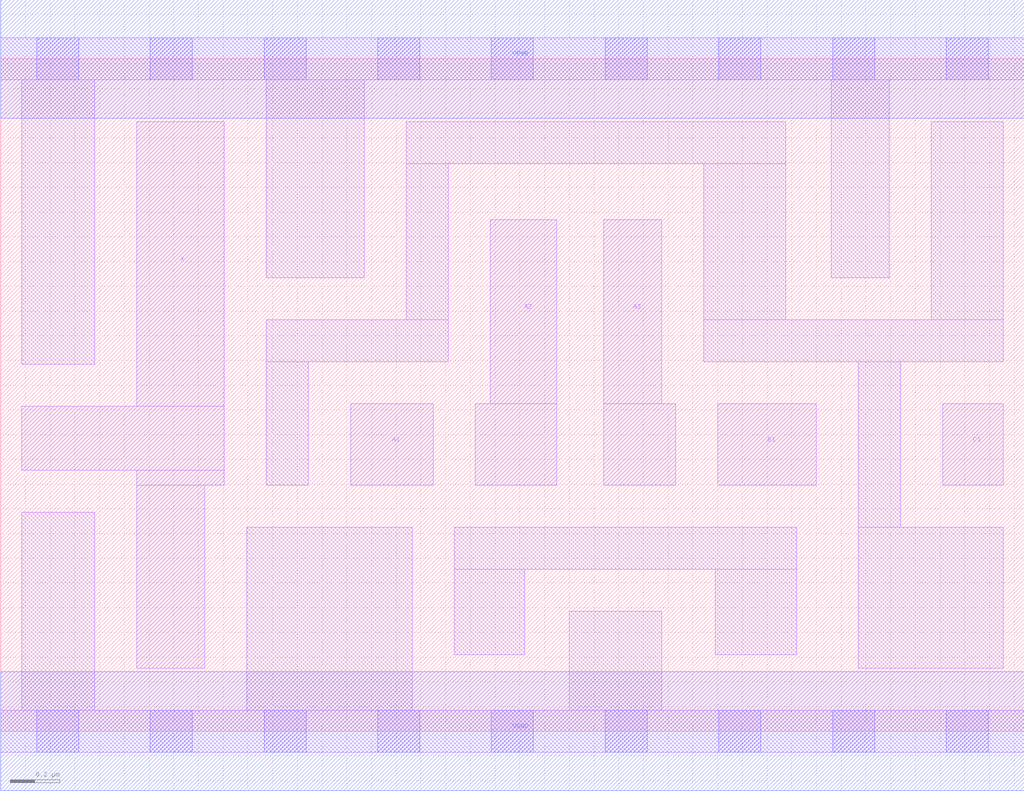
<source format=lef>
# Copyright 2020 The SkyWater PDK Authors
#
# Licensed under the Apache License, Version 2.0 (the "License");
# you may not use this file except in compliance with the License.
# You may obtain a copy of the License at
#
#     https://www.apache.org/licenses/LICENSE-2.0
#
# Unless required by applicable law or agreed to in writing, software
# distributed under the License is distributed on an "AS IS" BASIS,
# WITHOUT WARRANTIES OR CONDITIONS OF ANY KIND, either express or implied.
# See the License for the specific language governing permissions and
# limitations under the License.
#
# SPDX-License-Identifier: Apache-2.0

VERSION 5.7 ;
  NAMESCASESENSITIVE ON ;
  NOWIREEXTENSIONATPIN ON ;
  DIVIDERCHAR "/" ;
  BUSBITCHARS "[]" ;
UNITS
  DATABASE MICRONS 200 ;
END UNITS
MACRO sky130_fd_sc_hd__o311a_2
  CLASS CORE ;
  SOURCE USER ;
  FOREIGN sky130_fd_sc_hd__o311a_2 ;
  ORIGIN  0.000000  0.000000 ;
  SIZE  4.140000 BY  2.720000 ;
  SYMMETRY X Y R90 ;
  SITE unithd ;
  PIN A1
    ANTENNAGATEAREA  0.247500 ;
    DIRECTION INPUT ;
    USE SIGNAL ;
    PORT
      LAYER li1 ;
        RECT 1.415000 0.995000 1.750000 1.325000 ;
    END
  END A1
  PIN A2
    ANTENNAGATEAREA  0.247500 ;
    DIRECTION INPUT ;
    USE SIGNAL ;
    PORT
      LAYER li1 ;
        RECT 1.920000 0.995000 2.250000 1.325000 ;
        RECT 1.980000 1.325000 2.250000 2.070000 ;
    END
  END A2
  PIN A3
    ANTENNAGATEAREA  0.247500 ;
    DIRECTION INPUT ;
    USE SIGNAL ;
    PORT
      LAYER li1 ;
        RECT 2.440000 0.995000 2.730000 1.325000 ;
        RECT 2.440000 1.325000 2.675000 2.070000 ;
    END
  END A3
  PIN B1
    ANTENNAGATEAREA  0.247500 ;
    DIRECTION INPUT ;
    USE SIGNAL ;
    PORT
      LAYER li1 ;
        RECT 2.900000 0.995000 3.300000 1.325000 ;
    END
  END B1
  PIN C1
    ANTENNAGATEAREA  0.247500 ;
    DIRECTION INPUT ;
    USE SIGNAL ;
    PORT
      LAYER li1 ;
        RECT 3.810000 0.995000 4.055000 1.325000 ;
    END
  END C1
  PIN X
    ANTENNADIFFAREA  0.445500 ;
    DIRECTION OUTPUT ;
    USE SIGNAL ;
    PORT
      LAYER li1 ;
        RECT 0.085000 1.055000 0.905000 1.315000 ;
        RECT 0.550000 0.255000 0.825000 0.995000 ;
        RECT 0.550000 0.995000 0.905000 1.055000 ;
        RECT 0.550000 1.315000 0.905000 2.465000 ;
    END
  END X
  PIN VGND
    DIRECTION INOUT ;
    SHAPE ABUTMENT ;
    USE GROUND ;
    PORT
      LAYER met1 ;
        RECT 0.000000 -0.240000 4.140000 0.240000 ;
    END
  END VGND
  PIN VPWR
    DIRECTION INOUT ;
    SHAPE ABUTMENT ;
    USE POWER ;
    PORT
      LAYER met1 ;
        RECT 0.000000 2.480000 4.140000 2.960000 ;
    END
  END VPWR
  OBS
    LAYER li1 ;
      RECT 0.000000 -0.085000 4.140000 0.085000 ;
      RECT 0.000000  2.635000 4.140000 2.805000 ;
      RECT 0.085000  0.085000 0.380000 0.885000 ;
      RECT 0.085000  1.485000 0.380000 2.635000 ;
      RECT 0.995000  0.085000 1.665000 0.825000 ;
      RECT 1.075000  0.995000 1.245000 1.495000 ;
      RECT 1.075000  1.495000 1.810000 1.665000 ;
      RECT 1.075000  1.835000 1.470000 2.635000 ;
      RECT 1.640000  1.665000 1.810000 2.295000 ;
      RECT 1.640000  2.295000 3.175000 2.465000 ;
      RECT 1.835000  0.310000 2.120000 0.655000 ;
      RECT 1.835000  0.655000 3.220000 0.825000 ;
      RECT 2.300000  0.085000 2.675000 0.485000 ;
      RECT 2.845000  1.495000 4.055000 1.665000 ;
      RECT 2.845000  1.665000 3.175000 2.295000 ;
      RECT 2.890000  0.310000 3.220000 0.655000 ;
      RECT 3.360000  1.835000 3.595000 2.635000 ;
      RECT 3.470000  0.255000 4.055000 0.825000 ;
      RECT 3.470000  0.825000 3.640000 1.495000 ;
      RECT 3.765000  1.665000 4.055000 2.465000 ;
    LAYER mcon ;
      RECT 0.145000 -0.085000 0.315000 0.085000 ;
      RECT 0.145000  2.635000 0.315000 2.805000 ;
      RECT 0.605000 -0.085000 0.775000 0.085000 ;
      RECT 0.605000  2.635000 0.775000 2.805000 ;
      RECT 1.065000 -0.085000 1.235000 0.085000 ;
      RECT 1.065000  2.635000 1.235000 2.805000 ;
      RECT 1.525000 -0.085000 1.695000 0.085000 ;
      RECT 1.525000  2.635000 1.695000 2.805000 ;
      RECT 1.985000 -0.085000 2.155000 0.085000 ;
      RECT 1.985000  2.635000 2.155000 2.805000 ;
      RECT 2.445000 -0.085000 2.615000 0.085000 ;
      RECT 2.445000  2.635000 2.615000 2.805000 ;
      RECT 2.905000 -0.085000 3.075000 0.085000 ;
      RECT 2.905000  2.635000 3.075000 2.805000 ;
      RECT 3.365000 -0.085000 3.535000 0.085000 ;
      RECT 3.365000  2.635000 3.535000 2.805000 ;
      RECT 3.825000 -0.085000 3.995000 0.085000 ;
      RECT 3.825000  2.635000 3.995000 2.805000 ;
  END
END sky130_fd_sc_hd__o311a_2

</source>
